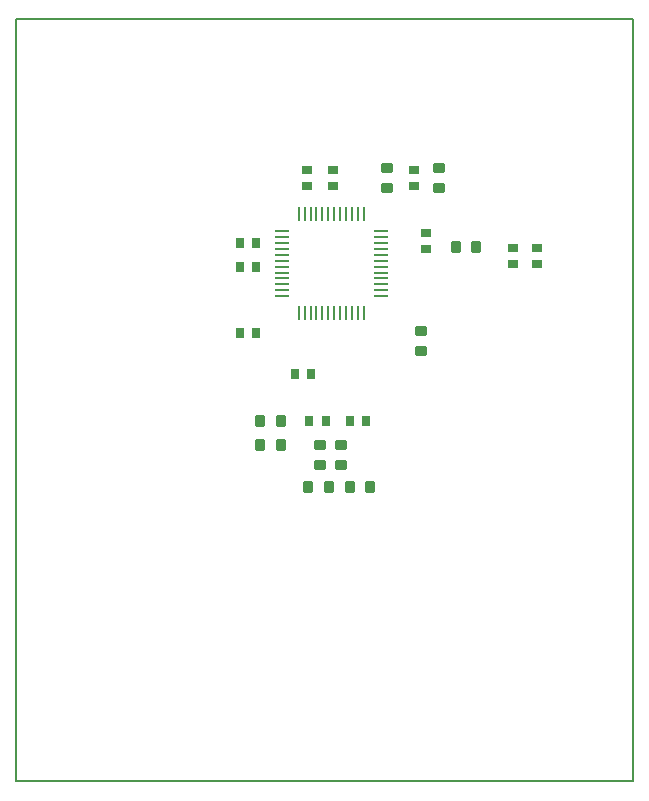
<source format=gtp>
G04 Layer_Color=8421504*
%FSLAX25Y25*%
%MOIN*%
G70*
G01*
G75*
%ADD10R,0.03740X0.02953*%
%ADD11R,0.02953X0.03740*%
G04:AMPARAMS|DCode=12|XSize=39.37mil|YSize=35.43mil|CornerRadius=4.43mil|HoleSize=0mil|Usage=FLASHONLY|Rotation=180.000|XOffset=0mil|YOffset=0mil|HoleType=Round|Shape=RoundedRectangle|*
%AMROUNDEDRECTD12*
21,1,0.03937,0.02657,0,0,180.0*
21,1,0.03051,0.03543,0,0,180.0*
1,1,0.00886,-0.01526,0.01329*
1,1,0.00886,0.01526,0.01329*
1,1,0.00886,0.01526,-0.01329*
1,1,0.00886,-0.01526,-0.01329*
%
%ADD12ROUNDEDRECTD12*%
G04:AMPARAMS|DCode=15|XSize=39.37mil|YSize=35.43mil|CornerRadius=4.43mil|HoleSize=0mil|Usage=FLASHONLY|Rotation=90.000|XOffset=0mil|YOffset=0mil|HoleType=Round|Shape=RoundedRectangle|*
%AMROUNDEDRECTD15*
21,1,0.03937,0.02657,0,0,90.0*
21,1,0.03051,0.03543,0,0,90.0*
1,1,0.00886,0.01329,0.01526*
1,1,0.00886,0.01329,-0.01526*
1,1,0.00886,-0.01329,-0.01526*
1,1,0.00886,-0.01329,0.01526*
%
%ADD15ROUNDEDRECTD15*%
%ADD23C,0.00500*%
%ADD39O,0.05112X0.00781*%
%ADD40O,0.00781X0.05112*%
D10*
X436500Y368256D02*
D03*
Y362744D02*
D03*
X397000Y383744D02*
D03*
Y389256D02*
D03*
X473500Y357744D02*
D03*
Y363256D02*
D03*
X465500D02*
D03*
Y357744D02*
D03*
X432500Y383744D02*
D03*
Y389256D02*
D03*
X405500D02*
D03*
Y383744D02*
D03*
D11*
X416612Y305500D02*
D03*
X411100D02*
D03*
X403100D02*
D03*
X397588D02*
D03*
X374500Y357000D02*
D03*
X380012D02*
D03*
X380000Y335000D02*
D03*
X374488D02*
D03*
X392900Y321100D02*
D03*
X398412D02*
D03*
X380000Y365000D02*
D03*
X374488D02*
D03*
D12*
X435000Y335693D02*
D03*
Y329000D02*
D03*
X441000Y389846D02*
D03*
Y383154D02*
D03*
X423500Y389846D02*
D03*
Y383154D02*
D03*
X408100Y290807D02*
D03*
Y297500D02*
D03*
X401100D02*
D03*
Y290807D02*
D03*
D15*
X446654Y363500D02*
D03*
X453346D02*
D03*
X381407Y305500D02*
D03*
X388100D02*
D03*
Y297500D02*
D03*
X381407D02*
D03*
X397407Y283500D02*
D03*
X404100D02*
D03*
X417793D02*
D03*
X411100D02*
D03*
D23*
X300000Y185500D02*
X505500D01*
Y439500D01*
X300000D02*
X505500D01*
X300000Y185500D02*
Y439500D01*
D39*
X421535Y347173D02*
D03*
Y349142D02*
D03*
Y351110D02*
D03*
Y353079D02*
D03*
Y355047D02*
D03*
Y357016D02*
D03*
Y358984D02*
D03*
Y360953D02*
D03*
Y362921D02*
D03*
Y364890D02*
D03*
Y366858D02*
D03*
Y368827D02*
D03*
X388465D02*
D03*
Y366858D02*
D03*
Y364890D02*
D03*
Y362921D02*
D03*
Y360953D02*
D03*
Y358984D02*
D03*
Y357016D02*
D03*
Y355047D02*
D03*
Y353079D02*
D03*
Y351110D02*
D03*
Y349142D02*
D03*
Y347173D02*
D03*
D40*
X415827Y374535D02*
D03*
X413858D02*
D03*
X411890D02*
D03*
X409921D02*
D03*
X407953D02*
D03*
X405984D02*
D03*
X404016D02*
D03*
X402047D02*
D03*
X400079D02*
D03*
X398110D02*
D03*
X396142D02*
D03*
X394173D02*
D03*
Y341465D02*
D03*
X396142D02*
D03*
X398110D02*
D03*
X400079D02*
D03*
X402047D02*
D03*
X404016D02*
D03*
X405984D02*
D03*
X407953D02*
D03*
X409921D02*
D03*
X411890D02*
D03*
X413858D02*
D03*
X415827D02*
D03*
M02*

</source>
